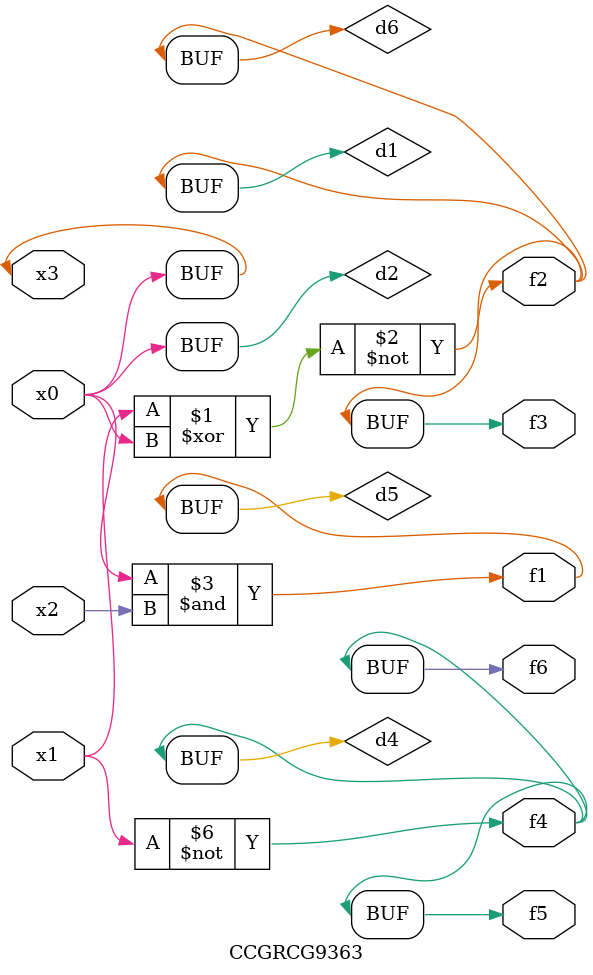
<source format=v>
module CCGRCG9363(
	input x0, x1, x2, x3,
	output f1, f2, f3, f4, f5, f6
);

	wire d1, d2, d3, d4, d5, d6;

	xnor (d1, x1, x3);
	buf (d2, x0, x3);
	nand (d3, x0, x2);
	not (d4, x1);
	nand (d5, d3);
	or (d6, d1);
	assign f1 = d5;
	assign f2 = d6;
	assign f3 = d6;
	assign f4 = d4;
	assign f5 = d4;
	assign f6 = d4;
endmodule

</source>
